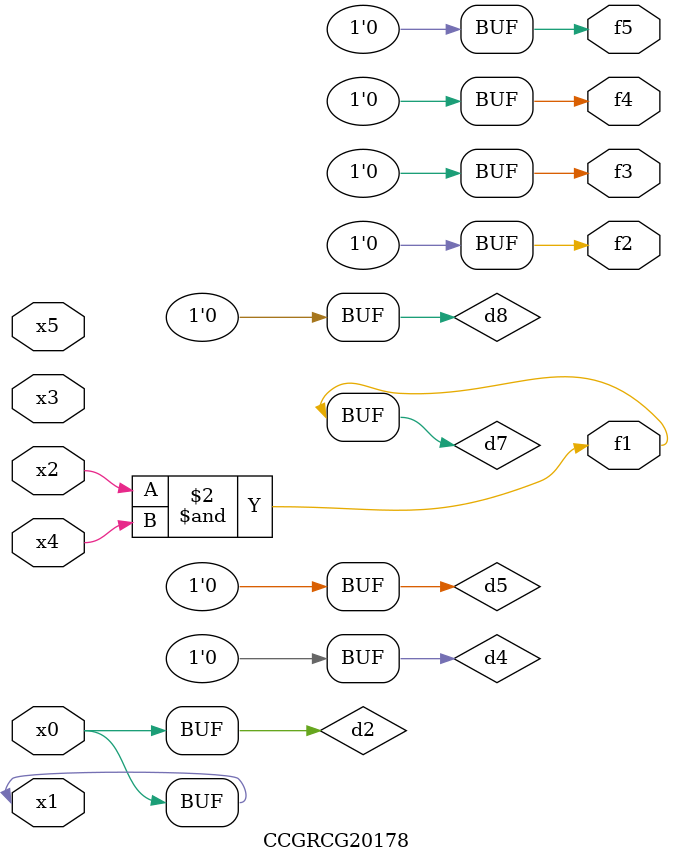
<source format=v>
module CCGRCG20178(
	input x0, x1, x2, x3, x4, x5,
	output f1, f2, f3, f4, f5
);

	wire d1, d2, d3, d4, d5, d6, d7, d8, d9;

	nand (d1, x1);
	buf (d2, x0, x1);
	nand (d3, x2, x4);
	and (d4, d1, d2);
	and (d5, d1, d2);
	nand (d6, d1, d3);
	not (d7, d3);
	xor (d8, d5);
	nor (d9, d5, d6);
	assign f1 = d7;
	assign f2 = d8;
	assign f3 = d8;
	assign f4 = d8;
	assign f5 = d8;
endmodule

</source>
